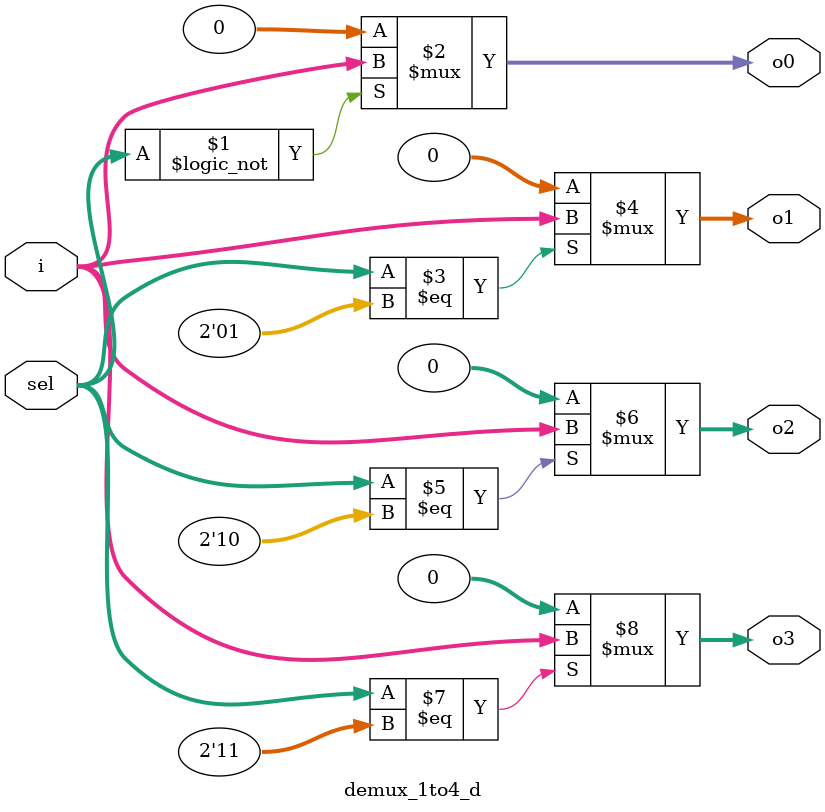
<source format=v>
module demux_1to4_d #(parameter width = 32)(
    input wire [width-1:0] i,
    input wire [1:0] sel,
    output [width-1:0] o0,
    output [width-1:0] o1,
    output [width-1:0] o2,
    output [width-1:0] o3
);

    assign o0 = (sel == 2'b00) ? i : {width{1'b0}};
    assign o1 = (sel == 2'b01) ? i : {width{1'b0}};
    assign o2 = (sel == 2'b10) ? i : {width{1'b0}};
    assign o3 = (sel == 2'b11) ? i : {width{1'b0}};

endmodule

</source>
